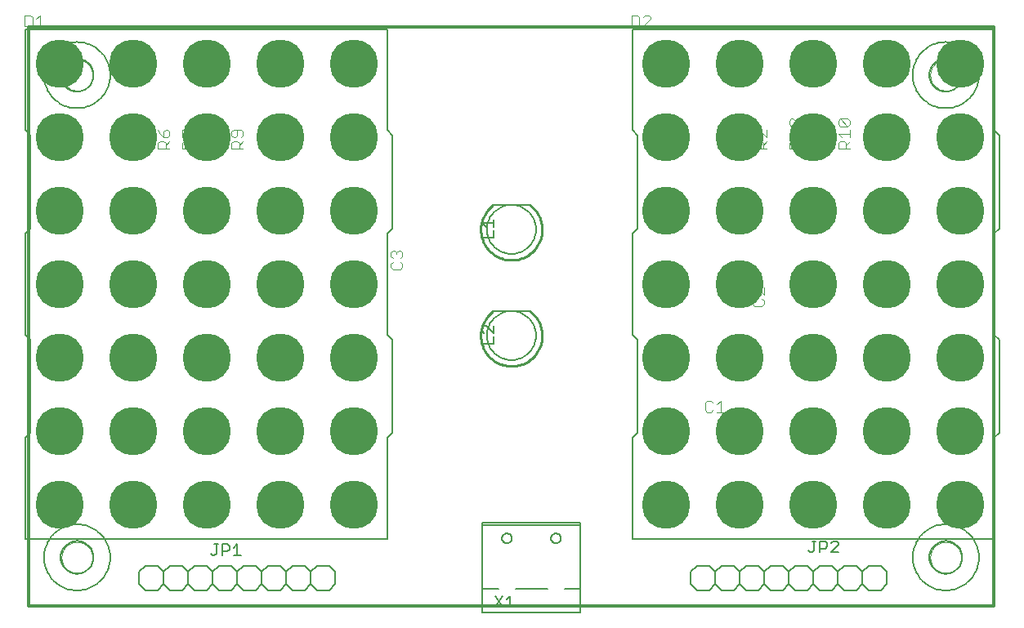
<source format=gto>
G75*
%MOIN*%
%OFA0B0*%
%FSLAX24Y24*%
%IPPOS*%
%LPD*%
%AMOC8*
5,1,8,0,0,1.08239X$1,22.5*
%
%ADD10C,0.0120*%
%ADD11C,0.0080*%
%ADD12C,0.1969*%
%ADD13C,0.0040*%
%ADD14C,0.0100*%
%ADD15C,0.0060*%
%ADD16C,0.0050*%
%ADD17C,0.0000*%
D10*
X009609Y006799D02*
X009609Y030421D01*
X048979Y030421D01*
X048979Y006799D01*
X009609Y006799D01*
D11*
X010908Y008767D02*
X010910Y008818D01*
X010916Y008869D01*
X010926Y008919D01*
X010939Y008969D01*
X010957Y009017D01*
X010977Y009064D01*
X011002Y009109D01*
X011030Y009152D01*
X011061Y009193D01*
X011095Y009231D01*
X011132Y009266D01*
X011171Y009299D01*
X011213Y009329D01*
X011257Y009355D01*
X011303Y009377D01*
X011351Y009397D01*
X011400Y009412D01*
X011450Y009424D01*
X011500Y009432D01*
X011551Y009436D01*
X011603Y009436D01*
X011654Y009432D01*
X011704Y009424D01*
X011754Y009412D01*
X011803Y009397D01*
X011851Y009377D01*
X011897Y009355D01*
X011941Y009329D01*
X011983Y009299D01*
X012022Y009266D01*
X012059Y009231D01*
X012093Y009193D01*
X012124Y009152D01*
X012152Y009109D01*
X012177Y009064D01*
X012197Y009017D01*
X012215Y008969D01*
X012228Y008919D01*
X012238Y008869D01*
X012244Y008818D01*
X012246Y008767D01*
X012244Y008716D01*
X012238Y008665D01*
X012228Y008615D01*
X012215Y008565D01*
X012197Y008517D01*
X012177Y008470D01*
X012152Y008425D01*
X012124Y008382D01*
X012093Y008341D01*
X012059Y008303D01*
X012022Y008268D01*
X011983Y008235D01*
X011941Y008205D01*
X011897Y008179D01*
X011851Y008157D01*
X011803Y008137D01*
X011754Y008122D01*
X011704Y008110D01*
X011654Y008102D01*
X011603Y008098D01*
X011551Y008098D01*
X011500Y008102D01*
X011450Y008110D01*
X011400Y008122D01*
X011351Y008137D01*
X011303Y008157D01*
X011257Y008179D01*
X011213Y008205D01*
X011171Y008235D01*
X011132Y008268D01*
X011095Y008303D01*
X011061Y008341D01*
X011030Y008382D01*
X011002Y008425D01*
X010977Y008470D01*
X010957Y008517D01*
X010939Y008565D01*
X010926Y008615D01*
X010916Y008665D01*
X010910Y008716D01*
X010908Y008767D01*
X009477Y009521D02*
X024231Y009521D01*
X024231Y013635D01*
X024437Y013842D01*
X024437Y017651D01*
X024231Y017858D01*
X024231Y021972D01*
X024437Y022179D01*
X024437Y025998D01*
X024231Y026204D01*
X024231Y030319D01*
X009477Y030319D01*
X009477Y026204D01*
X009683Y025998D01*
X009683Y022179D01*
X009477Y021972D01*
X009477Y017858D01*
X009683Y017651D01*
X009683Y013842D01*
X009477Y013635D01*
X009477Y009521D01*
X028544Y018822D02*
X030044Y018822D01*
X034227Y017858D02*
X034433Y017651D01*
X034433Y013842D01*
X034227Y013635D01*
X034227Y009521D01*
X048981Y009521D01*
X048981Y013635D01*
X049187Y013842D01*
X049187Y017651D01*
X048981Y017858D01*
X048981Y021972D01*
X049187Y022179D01*
X049187Y025998D01*
X048981Y026204D01*
X048981Y030319D01*
X034227Y030319D01*
X034227Y026204D01*
X034433Y025998D01*
X034433Y022179D01*
X034227Y021972D01*
X034227Y017858D01*
X030044Y023153D02*
X028544Y023153D01*
X010908Y028452D02*
X010910Y028503D01*
X010916Y028554D01*
X010926Y028604D01*
X010939Y028654D01*
X010957Y028702D01*
X010977Y028749D01*
X011002Y028794D01*
X011030Y028837D01*
X011061Y028878D01*
X011095Y028916D01*
X011132Y028951D01*
X011171Y028984D01*
X011213Y029014D01*
X011257Y029040D01*
X011303Y029062D01*
X011351Y029082D01*
X011400Y029097D01*
X011450Y029109D01*
X011500Y029117D01*
X011551Y029121D01*
X011603Y029121D01*
X011654Y029117D01*
X011704Y029109D01*
X011754Y029097D01*
X011803Y029082D01*
X011851Y029062D01*
X011897Y029040D01*
X011941Y029014D01*
X011983Y028984D01*
X012022Y028951D01*
X012059Y028916D01*
X012093Y028878D01*
X012124Y028837D01*
X012152Y028794D01*
X012177Y028749D01*
X012197Y028702D01*
X012215Y028654D01*
X012228Y028604D01*
X012238Y028554D01*
X012244Y028503D01*
X012246Y028452D01*
X012244Y028401D01*
X012238Y028350D01*
X012228Y028300D01*
X012215Y028250D01*
X012197Y028202D01*
X012177Y028155D01*
X012152Y028110D01*
X012124Y028067D01*
X012093Y028026D01*
X012059Y027988D01*
X012022Y027953D01*
X011983Y027920D01*
X011941Y027890D01*
X011897Y027864D01*
X011851Y027842D01*
X011803Y027822D01*
X011754Y027807D01*
X011704Y027795D01*
X011654Y027787D01*
X011603Y027783D01*
X011551Y027783D01*
X011500Y027787D01*
X011450Y027795D01*
X011400Y027807D01*
X011351Y027822D01*
X011303Y027842D01*
X011257Y027864D01*
X011213Y027890D01*
X011171Y027920D01*
X011132Y027953D01*
X011095Y027988D01*
X011061Y028026D01*
X011030Y028067D01*
X011002Y028110D01*
X010977Y028155D01*
X010957Y028202D01*
X010939Y028250D01*
X010926Y028300D01*
X010916Y028350D01*
X010910Y028401D01*
X010908Y028452D01*
X046341Y028452D02*
X046343Y028503D01*
X046349Y028554D01*
X046359Y028604D01*
X046372Y028654D01*
X046390Y028702D01*
X046410Y028749D01*
X046435Y028794D01*
X046463Y028837D01*
X046494Y028878D01*
X046528Y028916D01*
X046565Y028951D01*
X046604Y028984D01*
X046646Y029014D01*
X046690Y029040D01*
X046736Y029062D01*
X046784Y029082D01*
X046833Y029097D01*
X046883Y029109D01*
X046933Y029117D01*
X046984Y029121D01*
X047036Y029121D01*
X047087Y029117D01*
X047137Y029109D01*
X047187Y029097D01*
X047236Y029082D01*
X047284Y029062D01*
X047330Y029040D01*
X047374Y029014D01*
X047416Y028984D01*
X047455Y028951D01*
X047492Y028916D01*
X047526Y028878D01*
X047557Y028837D01*
X047585Y028794D01*
X047610Y028749D01*
X047630Y028702D01*
X047648Y028654D01*
X047661Y028604D01*
X047671Y028554D01*
X047677Y028503D01*
X047679Y028452D01*
X047677Y028401D01*
X047671Y028350D01*
X047661Y028300D01*
X047648Y028250D01*
X047630Y028202D01*
X047610Y028155D01*
X047585Y028110D01*
X047557Y028067D01*
X047526Y028026D01*
X047492Y027988D01*
X047455Y027953D01*
X047416Y027920D01*
X047374Y027890D01*
X047330Y027864D01*
X047284Y027842D01*
X047236Y027822D01*
X047187Y027807D01*
X047137Y027795D01*
X047087Y027787D01*
X047036Y027783D01*
X046984Y027783D01*
X046933Y027787D01*
X046883Y027795D01*
X046833Y027807D01*
X046784Y027822D01*
X046736Y027842D01*
X046690Y027864D01*
X046646Y027890D01*
X046604Y027920D01*
X046565Y027953D01*
X046528Y027988D01*
X046494Y028026D01*
X046463Y028067D01*
X046435Y028110D01*
X046410Y028155D01*
X046390Y028202D01*
X046372Y028250D01*
X046359Y028300D01*
X046349Y028350D01*
X046343Y028401D01*
X046341Y028452D01*
X046341Y008767D02*
X046343Y008818D01*
X046349Y008869D01*
X046359Y008919D01*
X046372Y008969D01*
X046390Y009017D01*
X046410Y009064D01*
X046435Y009109D01*
X046463Y009152D01*
X046494Y009193D01*
X046528Y009231D01*
X046565Y009266D01*
X046604Y009299D01*
X046646Y009329D01*
X046690Y009355D01*
X046736Y009377D01*
X046784Y009397D01*
X046833Y009412D01*
X046883Y009424D01*
X046933Y009432D01*
X046984Y009436D01*
X047036Y009436D01*
X047087Y009432D01*
X047137Y009424D01*
X047187Y009412D01*
X047236Y009397D01*
X047284Y009377D01*
X047330Y009355D01*
X047374Y009329D01*
X047416Y009299D01*
X047455Y009266D01*
X047492Y009231D01*
X047526Y009193D01*
X047557Y009152D01*
X047585Y009109D01*
X047610Y009064D01*
X047630Y009017D01*
X047648Y008969D01*
X047661Y008919D01*
X047671Y008869D01*
X047677Y008818D01*
X047679Y008767D01*
X047677Y008716D01*
X047671Y008665D01*
X047661Y008615D01*
X047648Y008565D01*
X047630Y008517D01*
X047610Y008470D01*
X047585Y008425D01*
X047557Y008382D01*
X047526Y008341D01*
X047492Y008303D01*
X047455Y008268D01*
X047416Y008235D01*
X047374Y008205D01*
X047330Y008179D01*
X047284Y008157D01*
X047236Y008137D01*
X047187Y008122D01*
X047137Y008110D01*
X047087Y008102D01*
X047036Y008098D01*
X046984Y008098D01*
X046933Y008102D01*
X046883Y008110D01*
X046833Y008122D01*
X046784Y008137D01*
X046736Y008157D01*
X046690Y008179D01*
X046646Y008205D01*
X046604Y008235D01*
X046565Y008268D01*
X046528Y008303D01*
X046494Y008341D01*
X046463Y008382D01*
X046435Y008425D01*
X046410Y008470D01*
X046390Y008517D01*
X046372Y008565D01*
X046359Y008615D01*
X046349Y008665D01*
X046343Y008716D01*
X046341Y008767D01*
D12*
X047609Y010925D03*
X044609Y010925D03*
X041609Y010925D03*
X038609Y010925D03*
X035609Y010925D03*
X035609Y013925D03*
X038609Y013925D03*
X041609Y013925D03*
X044609Y013925D03*
X047609Y013925D03*
X047609Y016925D03*
X044609Y016925D03*
X041609Y016925D03*
X038609Y016925D03*
X035609Y016925D03*
X035609Y019925D03*
X038609Y019925D03*
X041609Y019925D03*
X044609Y019925D03*
X047609Y019925D03*
X047609Y022925D03*
X044609Y022925D03*
X041609Y022925D03*
X038609Y022925D03*
X035609Y022925D03*
X035609Y025925D03*
X038609Y025925D03*
X041609Y025925D03*
X044609Y025925D03*
X047609Y025925D03*
X047609Y028925D03*
X044609Y028925D03*
X041609Y028925D03*
X038609Y028925D03*
X035609Y028925D03*
X022859Y028925D03*
X019859Y028925D03*
X016859Y028925D03*
X013859Y028925D03*
X010859Y028925D03*
X010859Y025925D03*
X013859Y025925D03*
X016859Y025925D03*
X019859Y025925D03*
X022859Y025925D03*
X022859Y022925D03*
X019859Y022925D03*
X016859Y022925D03*
X013859Y022925D03*
X010859Y022925D03*
X010859Y019925D03*
X013859Y019925D03*
X016859Y019925D03*
X019859Y019925D03*
X022859Y019925D03*
X022859Y016925D03*
X019859Y016925D03*
X016859Y016925D03*
X013859Y016925D03*
X010859Y016925D03*
X010859Y013925D03*
X013859Y013925D03*
X016859Y013925D03*
X019859Y013925D03*
X022859Y013925D03*
X022859Y010925D03*
X019859Y010925D03*
X016859Y010925D03*
X013859Y010925D03*
X010859Y010925D03*
D13*
X022504Y013695D02*
X022504Y014155D01*
X022734Y014155D01*
X022810Y014078D01*
X022810Y013925D01*
X022734Y013848D01*
X022504Y013848D01*
X022657Y013848D02*
X022810Y013695D01*
X022964Y013772D02*
X023041Y013695D01*
X023194Y013695D01*
X023271Y013772D01*
X023271Y013848D01*
X023194Y013925D01*
X023117Y013925D01*
X023194Y013925D02*
X023271Y014002D01*
X023271Y014078D01*
X023194Y014155D01*
X023041Y014155D01*
X022964Y014078D01*
X024455Y020524D02*
X024762Y020524D01*
X024839Y020601D01*
X024839Y020754D01*
X024762Y020831D01*
X024762Y020984D02*
X024839Y021061D01*
X024839Y021215D01*
X024762Y021291D01*
X024685Y021291D01*
X024608Y021215D01*
X024608Y021138D01*
X024608Y021215D02*
X024532Y021291D01*
X024455Y021291D01*
X024378Y021215D01*
X024378Y021061D01*
X024455Y020984D01*
X024455Y020831D02*
X024378Y020754D01*
X024378Y020601D01*
X024455Y020524D01*
X018339Y025445D02*
X017878Y025445D01*
X017878Y025675D01*
X017955Y025752D01*
X018108Y025752D01*
X018185Y025675D01*
X018185Y025445D01*
X018185Y025598D02*
X018339Y025752D01*
X018262Y025905D02*
X018339Y025982D01*
X018339Y026135D01*
X018262Y026212D01*
X017955Y026212D01*
X017878Y026135D01*
X017878Y025982D01*
X017955Y025905D01*
X018032Y025905D01*
X018108Y025982D01*
X018108Y026212D01*
X017339Y026135D02*
X017339Y025982D01*
X017262Y025905D01*
X017185Y025905D01*
X017108Y025982D01*
X017108Y026135D01*
X017185Y026212D01*
X017262Y026212D01*
X017339Y026135D01*
X017108Y026135D02*
X017032Y026212D01*
X016955Y026212D01*
X016878Y026135D01*
X016878Y025982D01*
X016955Y025905D01*
X017032Y025905D01*
X017108Y025982D01*
X017108Y025752D02*
X017185Y025675D01*
X017185Y025445D01*
X017185Y025598D02*
X017339Y025752D01*
X017108Y025752D02*
X016955Y025752D01*
X016878Y025675D01*
X016878Y025445D01*
X017339Y025445D01*
X016339Y025445D02*
X015878Y025445D01*
X015878Y025675D01*
X015955Y025752D01*
X016108Y025752D01*
X016185Y025675D01*
X016185Y025445D01*
X016185Y025598D02*
X016339Y025752D01*
X016339Y025905D02*
X016262Y025905D01*
X015955Y026212D01*
X015878Y026212D01*
X015878Y025905D01*
X015339Y025982D02*
X015339Y026135D01*
X015262Y026212D01*
X015185Y026212D01*
X015108Y026135D01*
X015108Y025905D01*
X015262Y025905D01*
X015339Y025982D01*
X015339Y025752D02*
X015185Y025598D01*
X015185Y025675D02*
X015185Y025445D01*
X015339Y025445D02*
X014878Y025445D01*
X014878Y025675D01*
X014955Y025752D01*
X015108Y025752D01*
X015185Y025675D01*
X015108Y025905D02*
X014955Y026059D01*
X014878Y026212D01*
X014339Y026135D02*
X014339Y025982D01*
X014262Y025905D01*
X014108Y025905D02*
X014032Y026059D01*
X014032Y026135D01*
X014108Y026212D01*
X014262Y026212D01*
X014339Y026135D01*
X014108Y025905D02*
X013878Y025905D01*
X013878Y026212D01*
X013955Y025752D02*
X014108Y025752D01*
X014185Y025675D01*
X014185Y025445D01*
X014185Y025598D02*
X014339Y025752D01*
X014339Y025445D02*
X013878Y025445D01*
X013878Y025675D01*
X013955Y025752D01*
X010218Y030436D02*
X009911Y030436D01*
X010064Y030436D02*
X010064Y030897D01*
X009911Y030743D01*
X009757Y030820D02*
X009757Y030513D01*
X009681Y030436D01*
X009450Y030436D01*
X009450Y030897D01*
X009681Y030897D01*
X009757Y030820D01*
X034200Y030897D02*
X034200Y030436D01*
X034431Y030436D01*
X034507Y030513D01*
X034507Y030820D01*
X034431Y030897D01*
X034200Y030897D01*
X034661Y030820D02*
X034738Y030897D01*
X034891Y030897D01*
X034968Y030820D01*
X034968Y030743D01*
X034661Y030436D01*
X034968Y030436D01*
X040628Y026596D02*
X040705Y026673D01*
X040782Y026673D01*
X041089Y026366D01*
X041089Y026673D01*
X040628Y026596D02*
X040628Y026442D01*
X040705Y026366D01*
X040628Y026059D02*
X041089Y026059D01*
X041089Y026212D02*
X041089Y025905D01*
X041089Y025752D02*
X040935Y025598D01*
X040935Y025675D02*
X040935Y025445D01*
X041089Y025445D02*
X040628Y025445D01*
X040628Y025675D01*
X040705Y025752D01*
X040858Y025752D01*
X040935Y025675D01*
X040782Y025905D02*
X040628Y026059D01*
X039714Y026212D02*
X039714Y025905D01*
X039407Y026212D01*
X039330Y026212D01*
X039253Y026135D01*
X039253Y025982D01*
X039330Y025905D01*
X039330Y025752D02*
X039483Y025752D01*
X039560Y025675D01*
X039560Y025445D01*
X039560Y025598D02*
X039714Y025752D01*
X039714Y025445D02*
X039253Y025445D01*
X039253Y025675D01*
X039330Y025752D01*
X038714Y025752D02*
X038560Y025598D01*
X038560Y025675D02*
X038560Y025445D01*
X038714Y025445D02*
X038253Y025445D01*
X038253Y025675D01*
X038330Y025752D01*
X038483Y025752D01*
X038560Y025675D01*
X038483Y025905D02*
X038483Y026212D01*
X038253Y026135D02*
X038483Y025905D01*
X038714Y026135D02*
X038253Y026135D01*
X041628Y026059D02*
X041782Y025905D01*
X041858Y025752D02*
X041935Y025675D01*
X041935Y025445D01*
X041935Y025598D02*
X042089Y025752D01*
X042089Y025905D02*
X042089Y026212D01*
X042089Y026059D02*
X041628Y026059D01*
X041705Y025752D02*
X041858Y025752D01*
X041705Y025752D02*
X041628Y025675D01*
X041628Y025445D01*
X042089Y025445D01*
X042628Y025445D02*
X042628Y025675D01*
X042705Y025752D01*
X042858Y025752D01*
X042935Y025675D01*
X042935Y025445D01*
X042935Y025598D02*
X043089Y025752D01*
X043089Y025905D02*
X043089Y026212D01*
X043089Y026059D02*
X042628Y026059D01*
X042782Y025905D01*
X042628Y025445D02*
X043089Y025445D01*
X043012Y026366D02*
X042705Y026366D01*
X042628Y026442D01*
X042628Y026596D01*
X042705Y026673D01*
X043012Y026366D01*
X043089Y026442D01*
X043089Y026596D01*
X043012Y026673D01*
X042705Y026673D01*
X042089Y026673D02*
X042089Y026366D01*
X042089Y026519D02*
X041628Y026519D01*
X041782Y026366D01*
X039589Y019791D02*
X039589Y019484D01*
X039282Y019791D01*
X039205Y019791D01*
X039128Y019715D01*
X039128Y019561D01*
X039205Y019484D01*
X039205Y019331D02*
X039128Y019254D01*
X039128Y019101D01*
X039205Y019024D01*
X039512Y019024D01*
X039589Y019101D01*
X039589Y019254D01*
X039512Y019331D01*
X037822Y015155D02*
X037822Y014695D01*
X037975Y014695D02*
X037668Y014695D01*
X037515Y014772D02*
X037438Y014695D01*
X037284Y014695D01*
X037208Y014772D01*
X037208Y015078D01*
X037284Y015155D01*
X037438Y015155D01*
X037515Y015078D01*
X037668Y015002D02*
X037822Y015155D01*
D14*
X030044Y018822D02*
X030098Y018779D01*
X030150Y018733D01*
X030199Y018684D01*
X030246Y018632D01*
X030289Y018578D01*
X030330Y018522D01*
X030367Y018463D01*
X030401Y018403D01*
X030431Y018340D01*
X030458Y018277D01*
X030482Y018211D01*
X030502Y018145D01*
X030518Y018077D01*
X030530Y018009D01*
X030538Y017940D01*
X030543Y017871D01*
X030544Y017801D01*
X030541Y017732D01*
X030534Y017663D01*
X030523Y017595D01*
X030509Y017527D01*
X030490Y017460D01*
X030468Y017394D01*
X030443Y017329D01*
X030414Y017266D01*
X030381Y017205D01*
X030345Y017146D01*
X030306Y017089D01*
X030264Y017033D01*
X030219Y016981D01*
X030171Y016931D01*
X030120Y016884D01*
X030066Y016839D01*
X030011Y016798D01*
X029953Y016760D01*
X029893Y016725D01*
X029831Y016693D01*
X029768Y016665D01*
X029703Y016641D01*
X029637Y016620D01*
X029569Y016603D01*
X029501Y016589D01*
X029432Y016580D01*
X029363Y016574D01*
X029294Y016572D01*
X029225Y016574D01*
X029156Y016580D01*
X029087Y016589D01*
X029019Y016603D01*
X028951Y016620D01*
X028885Y016641D01*
X028820Y016665D01*
X028757Y016693D01*
X028695Y016725D01*
X028635Y016760D01*
X028577Y016798D01*
X028522Y016839D01*
X028468Y016884D01*
X028417Y016931D01*
X028369Y016981D01*
X028324Y017033D01*
X028282Y017089D01*
X028243Y017146D01*
X028207Y017205D01*
X028174Y017266D01*
X028145Y017329D01*
X028120Y017394D01*
X028098Y017460D01*
X028079Y017527D01*
X028065Y017595D01*
X028054Y017663D01*
X028047Y017732D01*
X028044Y017801D01*
X028045Y017871D01*
X028050Y017940D01*
X028058Y018009D01*
X028070Y018077D01*
X028086Y018145D01*
X028106Y018211D01*
X028130Y018277D01*
X028157Y018340D01*
X028187Y018403D01*
X028221Y018463D01*
X028258Y018522D01*
X028299Y018578D01*
X028342Y018632D01*
X028389Y018684D01*
X028438Y018733D01*
X028490Y018779D01*
X028544Y018822D01*
X028544Y023153D02*
X028490Y023110D01*
X028438Y023064D01*
X028389Y023015D01*
X028342Y022963D01*
X028299Y022909D01*
X028258Y022853D01*
X028221Y022794D01*
X028187Y022734D01*
X028157Y022671D01*
X028130Y022608D01*
X028106Y022542D01*
X028086Y022476D01*
X028070Y022408D01*
X028058Y022340D01*
X028050Y022271D01*
X028045Y022202D01*
X028044Y022132D01*
X028047Y022063D01*
X028054Y021994D01*
X028065Y021926D01*
X028079Y021858D01*
X028098Y021791D01*
X028120Y021725D01*
X028145Y021660D01*
X028174Y021597D01*
X028207Y021536D01*
X028243Y021477D01*
X028282Y021420D01*
X028324Y021364D01*
X028369Y021312D01*
X028417Y021262D01*
X028468Y021215D01*
X028522Y021170D01*
X028577Y021129D01*
X028635Y021091D01*
X028695Y021056D01*
X028757Y021024D01*
X028820Y020996D01*
X028885Y020972D01*
X028951Y020951D01*
X029019Y020934D01*
X029087Y020920D01*
X029156Y020911D01*
X029225Y020905D01*
X029294Y020903D01*
X029363Y020905D01*
X029432Y020911D01*
X029501Y020920D01*
X029569Y020934D01*
X029637Y020951D01*
X029703Y020972D01*
X029768Y020996D01*
X029831Y021024D01*
X029893Y021056D01*
X029953Y021091D01*
X030011Y021129D01*
X030066Y021170D01*
X030120Y021215D01*
X030171Y021262D01*
X030219Y021312D01*
X030264Y021364D01*
X030306Y021420D01*
X030345Y021477D01*
X030381Y021536D01*
X030414Y021597D01*
X030443Y021660D01*
X030468Y021725D01*
X030490Y021791D01*
X030509Y021858D01*
X030523Y021926D01*
X030534Y021994D01*
X030541Y022063D01*
X030544Y022132D01*
X030543Y022202D01*
X030538Y022271D01*
X030530Y022340D01*
X030518Y022408D01*
X030502Y022476D01*
X030482Y022542D01*
X030458Y022608D01*
X030431Y022671D01*
X030401Y022734D01*
X030367Y022794D01*
X030330Y022853D01*
X030289Y022909D01*
X030246Y022963D01*
X030199Y023015D01*
X030150Y023064D01*
X030098Y023110D01*
X030044Y023153D01*
D15*
X028294Y022153D02*
X028296Y022216D01*
X028302Y022278D01*
X028312Y022340D01*
X028325Y022402D01*
X028343Y022462D01*
X028364Y022521D01*
X028389Y022579D01*
X028418Y022635D01*
X028450Y022689D01*
X028485Y022741D01*
X028523Y022790D01*
X028565Y022838D01*
X028609Y022882D01*
X028657Y022924D01*
X028706Y022962D01*
X028758Y022997D01*
X028812Y023029D01*
X028868Y023058D01*
X028926Y023083D01*
X028985Y023104D01*
X029045Y023122D01*
X029107Y023135D01*
X029169Y023145D01*
X029231Y023151D01*
X029294Y023153D01*
X029357Y023151D01*
X029419Y023145D01*
X029481Y023135D01*
X029543Y023122D01*
X029603Y023104D01*
X029662Y023083D01*
X029720Y023058D01*
X029776Y023029D01*
X029830Y022997D01*
X029882Y022962D01*
X029931Y022924D01*
X029979Y022882D01*
X030023Y022838D01*
X030065Y022790D01*
X030103Y022741D01*
X030138Y022689D01*
X030170Y022635D01*
X030199Y022579D01*
X030224Y022521D01*
X030245Y022462D01*
X030263Y022402D01*
X030276Y022340D01*
X030286Y022278D01*
X030292Y022216D01*
X030294Y022153D01*
X030292Y022090D01*
X030286Y022028D01*
X030276Y021966D01*
X030263Y021904D01*
X030245Y021844D01*
X030224Y021785D01*
X030199Y021727D01*
X030170Y021671D01*
X030138Y021617D01*
X030103Y021565D01*
X030065Y021516D01*
X030023Y021468D01*
X029979Y021424D01*
X029931Y021382D01*
X029882Y021344D01*
X029830Y021309D01*
X029776Y021277D01*
X029720Y021248D01*
X029662Y021223D01*
X029603Y021202D01*
X029543Y021184D01*
X029481Y021171D01*
X029419Y021161D01*
X029357Y021155D01*
X029294Y021153D01*
X029231Y021155D01*
X029169Y021161D01*
X029107Y021171D01*
X029045Y021184D01*
X028985Y021202D01*
X028926Y021223D01*
X028868Y021248D01*
X028812Y021277D01*
X028758Y021309D01*
X028706Y021344D01*
X028657Y021382D01*
X028609Y021424D01*
X028565Y021468D01*
X028523Y021516D01*
X028485Y021565D01*
X028450Y021617D01*
X028418Y021671D01*
X028389Y021727D01*
X028364Y021785D01*
X028343Y021844D01*
X028325Y021904D01*
X028312Y021966D01*
X028302Y022028D01*
X028296Y022090D01*
X028294Y022153D01*
X028294Y017822D02*
X028296Y017885D01*
X028302Y017947D01*
X028312Y018009D01*
X028325Y018071D01*
X028343Y018131D01*
X028364Y018190D01*
X028389Y018248D01*
X028418Y018304D01*
X028450Y018358D01*
X028485Y018410D01*
X028523Y018459D01*
X028565Y018507D01*
X028609Y018551D01*
X028657Y018593D01*
X028706Y018631D01*
X028758Y018666D01*
X028812Y018698D01*
X028868Y018727D01*
X028926Y018752D01*
X028985Y018773D01*
X029045Y018791D01*
X029107Y018804D01*
X029169Y018814D01*
X029231Y018820D01*
X029294Y018822D01*
X029357Y018820D01*
X029419Y018814D01*
X029481Y018804D01*
X029543Y018791D01*
X029603Y018773D01*
X029662Y018752D01*
X029720Y018727D01*
X029776Y018698D01*
X029830Y018666D01*
X029882Y018631D01*
X029931Y018593D01*
X029979Y018551D01*
X030023Y018507D01*
X030065Y018459D01*
X030103Y018410D01*
X030138Y018358D01*
X030170Y018304D01*
X030199Y018248D01*
X030224Y018190D01*
X030245Y018131D01*
X030263Y018071D01*
X030276Y018009D01*
X030286Y017947D01*
X030292Y017885D01*
X030294Y017822D01*
X030292Y017759D01*
X030286Y017697D01*
X030276Y017635D01*
X030263Y017573D01*
X030245Y017513D01*
X030224Y017454D01*
X030199Y017396D01*
X030170Y017340D01*
X030138Y017286D01*
X030103Y017234D01*
X030065Y017185D01*
X030023Y017137D01*
X029979Y017093D01*
X029931Y017051D01*
X029882Y017013D01*
X029830Y016978D01*
X029776Y016946D01*
X029720Y016917D01*
X029662Y016892D01*
X029603Y016871D01*
X029543Y016853D01*
X029481Y016840D01*
X029419Y016830D01*
X029357Y016824D01*
X029294Y016822D01*
X029231Y016824D01*
X029169Y016830D01*
X029107Y016840D01*
X029045Y016853D01*
X028985Y016871D01*
X028926Y016892D01*
X028868Y016917D01*
X028812Y016946D01*
X028758Y016978D01*
X028706Y017013D01*
X028657Y017051D01*
X028609Y017093D01*
X028565Y017137D01*
X028523Y017185D01*
X028485Y017234D01*
X028450Y017286D01*
X028418Y017340D01*
X028389Y017396D01*
X028364Y017454D01*
X028343Y017513D01*
X028325Y017573D01*
X028312Y017635D01*
X028302Y017697D01*
X028296Y017759D01*
X028294Y017822D01*
X028109Y010175D02*
X032109Y010175D01*
X032109Y010075D01*
X032109Y007475D01*
X031459Y007475D01*
X032109Y007475D02*
X032109Y006525D01*
X028109Y006525D01*
X028109Y007475D01*
X028759Y007475D01*
X028109Y007475D02*
X028109Y010075D01*
X028109Y010175D01*
X028109Y010075D02*
X032109Y010075D01*
X030909Y009545D02*
X030911Y009573D01*
X030917Y009600D01*
X030926Y009626D01*
X030939Y009651D01*
X030956Y009674D01*
X030975Y009694D01*
X030997Y009711D01*
X031021Y009725D01*
X031047Y009735D01*
X031074Y009742D01*
X031102Y009745D01*
X031130Y009744D01*
X031157Y009739D01*
X031184Y009730D01*
X031209Y009718D01*
X031232Y009703D01*
X031253Y009684D01*
X031271Y009663D01*
X031286Y009639D01*
X031297Y009613D01*
X031305Y009587D01*
X031309Y009559D01*
X031309Y009531D01*
X031305Y009503D01*
X031297Y009477D01*
X031286Y009451D01*
X031271Y009427D01*
X031253Y009406D01*
X031232Y009387D01*
X031209Y009372D01*
X031184Y009360D01*
X031157Y009351D01*
X031130Y009346D01*
X031102Y009345D01*
X031074Y009348D01*
X031047Y009355D01*
X031021Y009365D01*
X030997Y009379D01*
X030975Y009396D01*
X030956Y009416D01*
X030939Y009439D01*
X030926Y009464D01*
X030917Y009490D01*
X030911Y009517D01*
X030909Y009545D01*
X028909Y009545D02*
X028911Y009573D01*
X028917Y009600D01*
X028926Y009626D01*
X028939Y009651D01*
X028956Y009674D01*
X028975Y009694D01*
X028997Y009711D01*
X029021Y009725D01*
X029047Y009735D01*
X029074Y009742D01*
X029102Y009745D01*
X029130Y009744D01*
X029157Y009739D01*
X029184Y009730D01*
X029209Y009718D01*
X029232Y009703D01*
X029253Y009684D01*
X029271Y009663D01*
X029286Y009639D01*
X029297Y009613D01*
X029305Y009587D01*
X029309Y009559D01*
X029309Y009531D01*
X029305Y009503D01*
X029297Y009477D01*
X029286Y009451D01*
X029271Y009427D01*
X029253Y009406D01*
X029232Y009387D01*
X029209Y009372D01*
X029184Y009360D01*
X029157Y009351D01*
X029130Y009346D01*
X029102Y009345D01*
X029074Y009348D01*
X029047Y009355D01*
X029021Y009365D01*
X028997Y009379D01*
X028975Y009396D01*
X028956Y009416D01*
X028939Y009439D01*
X028926Y009464D01*
X028917Y009490D01*
X028911Y009517D01*
X028909Y009545D01*
X029459Y007475D02*
X030759Y007475D01*
X036609Y007675D02*
X036859Y007425D01*
X037359Y007425D01*
X037609Y007675D01*
X037609Y008175D01*
X037359Y008425D01*
X036859Y008425D01*
X036609Y008175D01*
X036609Y007675D01*
X037609Y007675D02*
X037859Y007425D01*
X038359Y007425D01*
X038609Y007675D01*
X038609Y008175D01*
X038359Y008425D01*
X037859Y008425D01*
X037609Y008175D01*
X038609Y008175D02*
X038859Y008425D01*
X039359Y008425D01*
X039609Y008175D01*
X039859Y008425D01*
X040359Y008425D01*
X040609Y008175D01*
X040859Y008425D01*
X041359Y008425D01*
X041609Y008175D01*
X041859Y008425D01*
X042359Y008425D01*
X042609Y008175D01*
X042859Y008425D01*
X043359Y008425D01*
X043609Y008175D01*
X043859Y008425D01*
X044359Y008425D01*
X044609Y008175D01*
X044609Y007675D01*
X044359Y007425D01*
X043859Y007425D01*
X043609Y007675D01*
X043359Y007425D01*
X042859Y007425D01*
X042609Y007675D01*
X042609Y008175D01*
X042609Y007675D02*
X042359Y007425D01*
X041859Y007425D01*
X041609Y007675D01*
X041359Y007425D01*
X040859Y007425D01*
X040609Y007675D01*
X040359Y007425D01*
X039859Y007425D01*
X039609Y007675D01*
X039609Y008175D01*
X039609Y007675D02*
X039359Y007425D01*
X038859Y007425D01*
X038609Y007675D01*
X040609Y007675D02*
X040609Y008175D01*
X041609Y008175D02*
X041609Y007675D01*
X043609Y007675D02*
X043609Y008175D01*
X045660Y008767D02*
X045662Y008840D01*
X045668Y008913D01*
X045678Y008985D01*
X045692Y009057D01*
X045709Y009128D01*
X045731Y009198D01*
X045756Y009267D01*
X045785Y009334D01*
X045817Y009399D01*
X045853Y009463D01*
X045893Y009525D01*
X045935Y009584D01*
X045981Y009641D01*
X046030Y009695D01*
X046082Y009747D01*
X046136Y009796D01*
X046193Y009842D01*
X046252Y009884D01*
X046314Y009924D01*
X046378Y009960D01*
X046443Y009992D01*
X046510Y010021D01*
X046579Y010046D01*
X046649Y010068D01*
X046720Y010085D01*
X046792Y010099D01*
X046864Y010109D01*
X046937Y010115D01*
X047010Y010117D01*
X047083Y010115D01*
X047156Y010109D01*
X047228Y010099D01*
X047300Y010085D01*
X047371Y010068D01*
X047441Y010046D01*
X047510Y010021D01*
X047577Y009992D01*
X047642Y009960D01*
X047706Y009924D01*
X047768Y009884D01*
X047827Y009842D01*
X047884Y009796D01*
X047938Y009747D01*
X047990Y009695D01*
X048039Y009641D01*
X048085Y009584D01*
X048127Y009525D01*
X048167Y009463D01*
X048203Y009399D01*
X048235Y009334D01*
X048264Y009267D01*
X048289Y009198D01*
X048311Y009128D01*
X048328Y009057D01*
X048342Y008985D01*
X048352Y008913D01*
X048358Y008840D01*
X048360Y008767D01*
X048358Y008694D01*
X048352Y008621D01*
X048342Y008549D01*
X048328Y008477D01*
X048311Y008406D01*
X048289Y008336D01*
X048264Y008267D01*
X048235Y008200D01*
X048203Y008135D01*
X048167Y008071D01*
X048127Y008009D01*
X048085Y007950D01*
X048039Y007893D01*
X047990Y007839D01*
X047938Y007787D01*
X047884Y007738D01*
X047827Y007692D01*
X047768Y007650D01*
X047706Y007610D01*
X047642Y007574D01*
X047577Y007542D01*
X047510Y007513D01*
X047441Y007488D01*
X047371Y007466D01*
X047300Y007449D01*
X047228Y007435D01*
X047156Y007425D01*
X047083Y007419D01*
X047010Y007417D01*
X046937Y007419D01*
X046864Y007425D01*
X046792Y007435D01*
X046720Y007449D01*
X046649Y007466D01*
X046579Y007488D01*
X046510Y007513D01*
X046443Y007542D01*
X046378Y007574D01*
X046314Y007610D01*
X046252Y007650D01*
X046193Y007692D01*
X046136Y007738D01*
X046082Y007787D01*
X046030Y007839D01*
X045981Y007893D01*
X045935Y007950D01*
X045893Y008009D01*
X045853Y008071D01*
X045817Y008135D01*
X045785Y008200D01*
X045756Y008267D01*
X045731Y008336D01*
X045709Y008406D01*
X045692Y008477D01*
X045678Y008549D01*
X045668Y008621D01*
X045662Y008694D01*
X045660Y008767D01*
X022109Y008175D02*
X022109Y007675D01*
X021859Y007425D01*
X021359Y007425D01*
X021109Y007675D01*
X020859Y007425D01*
X020359Y007425D01*
X020109Y007675D01*
X020109Y008175D01*
X020359Y008425D01*
X020859Y008425D01*
X021109Y008175D01*
X021359Y008425D01*
X021859Y008425D01*
X022109Y008175D01*
X021109Y008175D02*
X021109Y007675D01*
X020109Y007675D02*
X019859Y007425D01*
X019359Y007425D01*
X019109Y007675D01*
X018859Y007425D01*
X018359Y007425D01*
X018109Y007675D01*
X017859Y007425D01*
X017359Y007425D01*
X017109Y007675D01*
X017109Y008175D01*
X017359Y008425D01*
X017859Y008425D01*
X018109Y008175D01*
X018359Y008425D01*
X018859Y008425D01*
X019109Y008175D01*
X019359Y008425D01*
X019859Y008425D01*
X020109Y008175D01*
X019109Y008175D02*
X019109Y007675D01*
X018109Y007675D02*
X018109Y008175D01*
X017109Y008175D02*
X016859Y008425D01*
X016359Y008425D01*
X016109Y008175D01*
X015859Y008425D01*
X015359Y008425D01*
X015109Y008175D01*
X014859Y008425D01*
X014359Y008425D01*
X014109Y008175D01*
X014109Y007675D01*
X014359Y007425D01*
X014859Y007425D01*
X015109Y007675D01*
X015109Y008175D01*
X015109Y007675D02*
X015359Y007425D01*
X015859Y007425D01*
X016109Y007675D01*
X016109Y008175D01*
X016109Y007675D02*
X016359Y007425D01*
X016859Y007425D01*
X017109Y007675D01*
X010227Y008767D02*
X010229Y008840D01*
X010235Y008913D01*
X010245Y008985D01*
X010259Y009057D01*
X010276Y009128D01*
X010298Y009198D01*
X010323Y009267D01*
X010352Y009334D01*
X010384Y009399D01*
X010420Y009463D01*
X010460Y009525D01*
X010502Y009584D01*
X010548Y009641D01*
X010597Y009695D01*
X010649Y009747D01*
X010703Y009796D01*
X010760Y009842D01*
X010819Y009884D01*
X010881Y009924D01*
X010945Y009960D01*
X011010Y009992D01*
X011077Y010021D01*
X011146Y010046D01*
X011216Y010068D01*
X011287Y010085D01*
X011359Y010099D01*
X011431Y010109D01*
X011504Y010115D01*
X011577Y010117D01*
X011650Y010115D01*
X011723Y010109D01*
X011795Y010099D01*
X011867Y010085D01*
X011938Y010068D01*
X012008Y010046D01*
X012077Y010021D01*
X012144Y009992D01*
X012209Y009960D01*
X012273Y009924D01*
X012335Y009884D01*
X012394Y009842D01*
X012451Y009796D01*
X012505Y009747D01*
X012557Y009695D01*
X012606Y009641D01*
X012652Y009584D01*
X012694Y009525D01*
X012734Y009463D01*
X012770Y009399D01*
X012802Y009334D01*
X012831Y009267D01*
X012856Y009198D01*
X012878Y009128D01*
X012895Y009057D01*
X012909Y008985D01*
X012919Y008913D01*
X012925Y008840D01*
X012927Y008767D01*
X012925Y008694D01*
X012919Y008621D01*
X012909Y008549D01*
X012895Y008477D01*
X012878Y008406D01*
X012856Y008336D01*
X012831Y008267D01*
X012802Y008200D01*
X012770Y008135D01*
X012734Y008071D01*
X012694Y008009D01*
X012652Y007950D01*
X012606Y007893D01*
X012557Y007839D01*
X012505Y007787D01*
X012451Y007738D01*
X012394Y007692D01*
X012335Y007650D01*
X012273Y007610D01*
X012209Y007574D01*
X012144Y007542D01*
X012077Y007513D01*
X012008Y007488D01*
X011938Y007466D01*
X011867Y007449D01*
X011795Y007435D01*
X011723Y007425D01*
X011650Y007419D01*
X011577Y007417D01*
X011504Y007419D01*
X011431Y007425D01*
X011359Y007435D01*
X011287Y007449D01*
X011216Y007466D01*
X011146Y007488D01*
X011077Y007513D01*
X011010Y007542D01*
X010945Y007574D01*
X010881Y007610D01*
X010819Y007650D01*
X010760Y007692D01*
X010703Y007738D01*
X010649Y007787D01*
X010597Y007839D01*
X010548Y007893D01*
X010502Y007950D01*
X010460Y008009D01*
X010420Y008071D01*
X010384Y008135D01*
X010352Y008200D01*
X010323Y008267D01*
X010298Y008336D01*
X010276Y008406D01*
X010259Y008477D01*
X010245Y008549D01*
X010235Y008621D01*
X010229Y008694D01*
X010227Y008767D01*
X010227Y028452D02*
X010229Y028525D01*
X010235Y028598D01*
X010245Y028670D01*
X010259Y028742D01*
X010276Y028813D01*
X010298Y028883D01*
X010323Y028952D01*
X010352Y029019D01*
X010384Y029084D01*
X010420Y029148D01*
X010460Y029210D01*
X010502Y029269D01*
X010548Y029326D01*
X010597Y029380D01*
X010649Y029432D01*
X010703Y029481D01*
X010760Y029527D01*
X010819Y029569D01*
X010881Y029609D01*
X010945Y029645D01*
X011010Y029677D01*
X011077Y029706D01*
X011146Y029731D01*
X011216Y029753D01*
X011287Y029770D01*
X011359Y029784D01*
X011431Y029794D01*
X011504Y029800D01*
X011577Y029802D01*
X011650Y029800D01*
X011723Y029794D01*
X011795Y029784D01*
X011867Y029770D01*
X011938Y029753D01*
X012008Y029731D01*
X012077Y029706D01*
X012144Y029677D01*
X012209Y029645D01*
X012273Y029609D01*
X012335Y029569D01*
X012394Y029527D01*
X012451Y029481D01*
X012505Y029432D01*
X012557Y029380D01*
X012606Y029326D01*
X012652Y029269D01*
X012694Y029210D01*
X012734Y029148D01*
X012770Y029084D01*
X012802Y029019D01*
X012831Y028952D01*
X012856Y028883D01*
X012878Y028813D01*
X012895Y028742D01*
X012909Y028670D01*
X012919Y028598D01*
X012925Y028525D01*
X012927Y028452D01*
X012925Y028379D01*
X012919Y028306D01*
X012909Y028234D01*
X012895Y028162D01*
X012878Y028091D01*
X012856Y028021D01*
X012831Y027952D01*
X012802Y027885D01*
X012770Y027820D01*
X012734Y027756D01*
X012694Y027694D01*
X012652Y027635D01*
X012606Y027578D01*
X012557Y027524D01*
X012505Y027472D01*
X012451Y027423D01*
X012394Y027377D01*
X012335Y027335D01*
X012273Y027295D01*
X012209Y027259D01*
X012144Y027227D01*
X012077Y027198D01*
X012008Y027173D01*
X011938Y027151D01*
X011867Y027134D01*
X011795Y027120D01*
X011723Y027110D01*
X011650Y027104D01*
X011577Y027102D01*
X011504Y027104D01*
X011431Y027110D01*
X011359Y027120D01*
X011287Y027134D01*
X011216Y027151D01*
X011146Y027173D01*
X011077Y027198D01*
X011010Y027227D01*
X010945Y027259D01*
X010881Y027295D01*
X010819Y027335D01*
X010760Y027377D01*
X010703Y027423D01*
X010649Y027472D01*
X010597Y027524D01*
X010548Y027578D01*
X010502Y027635D01*
X010460Y027694D01*
X010420Y027756D01*
X010384Y027820D01*
X010352Y027885D01*
X010323Y027952D01*
X010298Y028021D01*
X010276Y028091D01*
X010259Y028162D01*
X010245Y028234D01*
X010235Y028306D01*
X010229Y028379D01*
X010227Y028452D01*
X045660Y028452D02*
X045662Y028525D01*
X045668Y028598D01*
X045678Y028670D01*
X045692Y028742D01*
X045709Y028813D01*
X045731Y028883D01*
X045756Y028952D01*
X045785Y029019D01*
X045817Y029084D01*
X045853Y029148D01*
X045893Y029210D01*
X045935Y029269D01*
X045981Y029326D01*
X046030Y029380D01*
X046082Y029432D01*
X046136Y029481D01*
X046193Y029527D01*
X046252Y029569D01*
X046314Y029609D01*
X046378Y029645D01*
X046443Y029677D01*
X046510Y029706D01*
X046579Y029731D01*
X046649Y029753D01*
X046720Y029770D01*
X046792Y029784D01*
X046864Y029794D01*
X046937Y029800D01*
X047010Y029802D01*
X047083Y029800D01*
X047156Y029794D01*
X047228Y029784D01*
X047300Y029770D01*
X047371Y029753D01*
X047441Y029731D01*
X047510Y029706D01*
X047577Y029677D01*
X047642Y029645D01*
X047706Y029609D01*
X047768Y029569D01*
X047827Y029527D01*
X047884Y029481D01*
X047938Y029432D01*
X047990Y029380D01*
X048039Y029326D01*
X048085Y029269D01*
X048127Y029210D01*
X048167Y029148D01*
X048203Y029084D01*
X048235Y029019D01*
X048264Y028952D01*
X048289Y028883D01*
X048311Y028813D01*
X048328Y028742D01*
X048342Y028670D01*
X048352Y028598D01*
X048358Y028525D01*
X048360Y028452D01*
X048358Y028379D01*
X048352Y028306D01*
X048342Y028234D01*
X048328Y028162D01*
X048311Y028091D01*
X048289Y028021D01*
X048264Y027952D01*
X048235Y027885D01*
X048203Y027820D01*
X048167Y027756D01*
X048127Y027694D01*
X048085Y027635D01*
X048039Y027578D01*
X047990Y027524D01*
X047938Y027472D01*
X047884Y027423D01*
X047827Y027377D01*
X047768Y027335D01*
X047706Y027295D01*
X047642Y027259D01*
X047577Y027227D01*
X047510Y027198D01*
X047441Y027173D01*
X047371Y027151D01*
X047300Y027134D01*
X047228Y027120D01*
X047156Y027110D01*
X047083Y027104D01*
X047010Y027102D01*
X046937Y027104D01*
X046864Y027110D01*
X046792Y027120D01*
X046720Y027134D01*
X046649Y027151D01*
X046579Y027173D01*
X046510Y027198D01*
X046443Y027227D01*
X046378Y027259D01*
X046314Y027295D01*
X046252Y027335D01*
X046193Y027377D01*
X046136Y027423D01*
X046082Y027472D01*
X046030Y027524D01*
X045981Y027578D01*
X045935Y027635D01*
X045893Y027694D01*
X045853Y027756D01*
X045817Y027820D01*
X045785Y027885D01*
X045756Y027952D01*
X045731Y028021D01*
X045709Y028091D01*
X045692Y028162D01*
X045678Y028234D01*
X045668Y028306D01*
X045662Y028379D01*
X045660Y028452D01*
D16*
X028559Y022564D02*
X028559Y022264D01*
X028559Y022414D02*
X028108Y022414D01*
X028258Y022264D01*
X028559Y022103D02*
X028559Y021803D01*
X028108Y021803D01*
X028183Y018233D02*
X028108Y018158D01*
X028108Y018008D01*
X028183Y017933D01*
X028183Y018233D02*
X028258Y018233D01*
X028559Y017933D01*
X028559Y018233D01*
X028559Y017773D02*
X028559Y017472D01*
X028108Y017472D01*
X018103Y009305D02*
X018103Y008855D01*
X017953Y008855D02*
X018253Y008855D01*
X017953Y009155D02*
X018103Y009305D01*
X017793Y009230D02*
X017793Y009080D01*
X017718Y009005D01*
X017493Y009005D01*
X017493Y008855D02*
X017493Y009305D01*
X017718Y009305D01*
X017793Y009230D01*
X017333Y009305D02*
X017182Y009305D01*
X017258Y009305D02*
X017258Y008930D01*
X017182Y008855D01*
X017107Y008855D01*
X017032Y008930D01*
X028634Y007200D02*
X028934Y006750D01*
X029094Y006750D02*
X029394Y006750D01*
X029244Y006750D02*
X029244Y007200D01*
X029094Y007050D01*
X028934Y007200D02*
X028634Y006750D01*
X041407Y009055D02*
X041482Y008980D01*
X041557Y008980D01*
X041633Y009055D01*
X041633Y009430D01*
X041708Y009430D02*
X041557Y009430D01*
X041868Y009430D02*
X042093Y009430D01*
X042168Y009355D01*
X042168Y009205D01*
X042093Y009130D01*
X041868Y009130D01*
X041868Y008980D02*
X041868Y009430D01*
X042328Y009355D02*
X042403Y009430D01*
X042553Y009430D01*
X042628Y009355D01*
X042628Y009280D01*
X042328Y008980D01*
X042628Y008980D01*
D17*
X046380Y008767D02*
X046382Y008817D01*
X046388Y008867D01*
X046398Y008916D01*
X046412Y008964D01*
X046429Y009011D01*
X046450Y009056D01*
X046475Y009100D01*
X046503Y009141D01*
X046535Y009180D01*
X046569Y009217D01*
X046606Y009251D01*
X046646Y009281D01*
X046688Y009308D01*
X046732Y009332D01*
X046778Y009353D01*
X046825Y009369D01*
X046873Y009382D01*
X046923Y009391D01*
X046972Y009396D01*
X047023Y009397D01*
X047073Y009394D01*
X047122Y009387D01*
X047171Y009376D01*
X047219Y009361D01*
X047265Y009343D01*
X047310Y009321D01*
X047353Y009295D01*
X047394Y009266D01*
X047433Y009234D01*
X047469Y009199D01*
X047501Y009161D01*
X047531Y009121D01*
X047558Y009078D01*
X047581Y009034D01*
X047600Y008988D01*
X047616Y008940D01*
X047628Y008891D01*
X047636Y008842D01*
X047640Y008792D01*
X047640Y008742D01*
X047636Y008692D01*
X047628Y008643D01*
X047616Y008594D01*
X047600Y008546D01*
X047581Y008500D01*
X047558Y008456D01*
X047531Y008413D01*
X047501Y008373D01*
X047469Y008335D01*
X047433Y008300D01*
X047394Y008268D01*
X047353Y008239D01*
X047310Y008213D01*
X047265Y008191D01*
X047219Y008173D01*
X047171Y008158D01*
X047122Y008147D01*
X047073Y008140D01*
X047023Y008137D01*
X046972Y008138D01*
X046923Y008143D01*
X046873Y008152D01*
X046825Y008165D01*
X046778Y008181D01*
X046732Y008202D01*
X046688Y008226D01*
X046646Y008253D01*
X046606Y008283D01*
X046569Y008317D01*
X046535Y008354D01*
X046503Y008393D01*
X046475Y008434D01*
X046450Y008478D01*
X046429Y008523D01*
X046412Y008570D01*
X046398Y008618D01*
X046388Y008667D01*
X046382Y008717D01*
X046380Y008767D01*
X046380Y028452D02*
X046382Y028502D01*
X046388Y028552D01*
X046398Y028601D01*
X046412Y028649D01*
X046429Y028696D01*
X046450Y028741D01*
X046475Y028785D01*
X046503Y028826D01*
X046535Y028865D01*
X046569Y028902D01*
X046606Y028936D01*
X046646Y028966D01*
X046688Y028993D01*
X046732Y029017D01*
X046778Y029038D01*
X046825Y029054D01*
X046873Y029067D01*
X046923Y029076D01*
X046972Y029081D01*
X047023Y029082D01*
X047073Y029079D01*
X047122Y029072D01*
X047171Y029061D01*
X047219Y029046D01*
X047265Y029028D01*
X047310Y029006D01*
X047353Y028980D01*
X047394Y028951D01*
X047433Y028919D01*
X047469Y028884D01*
X047501Y028846D01*
X047531Y028806D01*
X047558Y028763D01*
X047581Y028719D01*
X047600Y028673D01*
X047616Y028625D01*
X047628Y028576D01*
X047636Y028527D01*
X047640Y028477D01*
X047640Y028427D01*
X047636Y028377D01*
X047628Y028328D01*
X047616Y028279D01*
X047600Y028231D01*
X047581Y028185D01*
X047558Y028141D01*
X047531Y028098D01*
X047501Y028058D01*
X047469Y028020D01*
X047433Y027985D01*
X047394Y027953D01*
X047353Y027924D01*
X047310Y027898D01*
X047265Y027876D01*
X047219Y027858D01*
X047171Y027843D01*
X047122Y027832D01*
X047073Y027825D01*
X047023Y027822D01*
X046972Y027823D01*
X046923Y027828D01*
X046873Y027837D01*
X046825Y027850D01*
X046778Y027866D01*
X046732Y027887D01*
X046688Y027911D01*
X046646Y027938D01*
X046606Y027968D01*
X046569Y028002D01*
X046535Y028039D01*
X046503Y028078D01*
X046475Y028119D01*
X046450Y028163D01*
X046429Y028208D01*
X046412Y028255D01*
X046398Y028303D01*
X046388Y028352D01*
X046382Y028402D01*
X046380Y028452D01*
X010947Y028452D02*
X010949Y028502D01*
X010955Y028552D01*
X010965Y028601D01*
X010979Y028649D01*
X010996Y028696D01*
X011017Y028741D01*
X011042Y028785D01*
X011070Y028826D01*
X011102Y028865D01*
X011136Y028902D01*
X011173Y028936D01*
X011213Y028966D01*
X011255Y028993D01*
X011299Y029017D01*
X011345Y029038D01*
X011392Y029054D01*
X011440Y029067D01*
X011490Y029076D01*
X011539Y029081D01*
X011590Y029082D01*
X011640Y029079D01*
X011689Y029072D01*
X011738Y029061D01*
X011786Y029046D01*
X011832Y029028D01*
X011877Y029006D01*
X011920Y028980D01*
X011961Y028951D01*
X012000Y028919D01*
X012036Y028884D01*
X012068Y028846D01*
X012098Y028806D01*
X012125Y028763D01*
X012148Y028719D01*
X012167Y028673D01*
X012183Y028625D01*
X012195Y028576D01*
X012203Y028527D01*
X012207Y028477D01*
X012207Y028427D01*
X012203Y028377D01*
X012195Y028328D01*
X012183Y028279D01*
X012167Y028231D01*
X012148Y028185D01*
X012125Y028141D01*
X012098Y028098D01*
X012068Y028058D01*
X012036Y028020D01*
X012000Y027985D01*
X011961Y027953D01*
X011920Y027924D01*
X011877Y027898D01*
X011832Y027876D01*
X011786Y027858D01*
X011738Y027843D01*
X011689Y027832D01*
X011640Y027825D01*
X011590Y027822D01*
X011539Y027823D01*
X011490Y027828D01*
X011440Y027837D01*
X011392Y027850D01*
X011345Y027866D01*
X011299Y027887D01*
X011255Y027911D01*
X011213Y027938D01*
X011173Y027968D01*
X011136Y028002D01*
X011102Y028039D01*
X011070Y028078D01*
X011042Y028119D01*
X011017Y028163D01*
X010996Y028208D01*
X010979Y028255D01*
X010965Y028303D01*
X010955Y028352D01*
X010949Y028402D01*
X010947Y028452D01*
X010947Y008767D02*
X010949Y008817D01*
X010955Y008867D01*
X010965Y008916D01*
X010979Y008964D01*
X010996Y009011D01*
X011017Y009056D01*
X011042Y009100D01*
X011070Y009141D01*
X011102Y009180D01*
X011136Y009217D01*
X011173Y009251D01*
X011213Y009281D01*
X011255Y009308D01*
X011299Y009332D01*
X011345Y009353D01*
X011392Y009369D01*
X011440Y009382D01*
X011490Y009391D01*
X011539Y009396D01*
X011590Y009397D01*
X011640Y009394D01*
X011689Y009387D01*
X011738Y009376D01*
X011786Y009361D01*
X011832Y009343D01*
X011877Y009321D01*
X011920Y009295D01*
X011961Y009266D01*
X012000Y009234D01*
X012036Y009199D01*
X012068Y009161D01*
X012098Y009121D01*
X012125Y009078D01*
X012148Y009034D01*
X012167Y008988D01*
X012183Y008940D01*
X012195Y008891D01*
X012203Y008842D01*
X012207Y008792D01*
X012207Y008742D01*
X012203Y008692D01*
X012195Y008643D01*
X012183Y008594D01*
X012167Y008546D01*
X012148Y008500D01*
X012125Y008456D01*
X012098Y008413D01*
X012068Y008373D01*
X012036Y008335D01*
X012000Y008300D01*
X011961Y008268D01*
X011920Y008239D01*
X011877Y008213D01*
X011832Y008191D01*
X011786Y008173D01*
X011738Y008158D01*
X011689Y008147D01*
X011640Y008140D01*
X011590Y008137D01*
X011539Y008138D01*
X011490Y008143D01*
X011440Y008152D01*
X011392Y008165D01*
X011345Y008181D01*
X011299Y008202D01*
X011255Y008226D01*
X011213Y008253D01*
X011173Y008283D01*
X011136Y008317D01*
X011102Y008354D01*
X011070Y008393D01*
X011042Y008434D01*
X011017Y008478D01*
X010996Y008523D01*
X010979Y008570D01*
X010965Y008618D01*
X010955Y008667D01*
X010949Y008717D01*
X010947Y008767D01*
M02*

</source>
